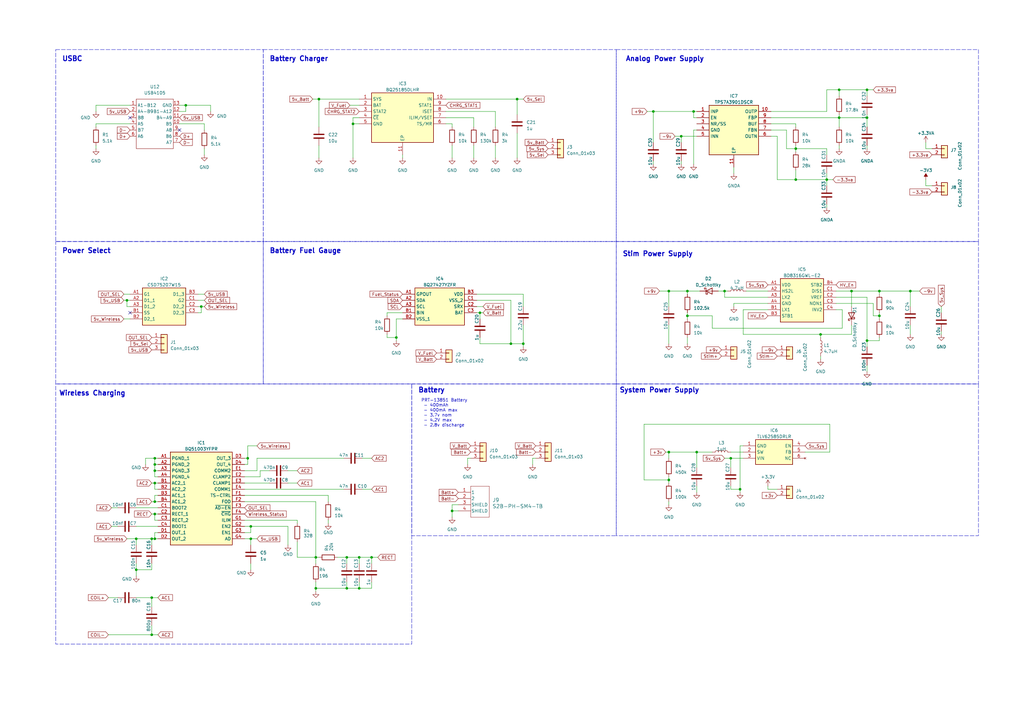
<source format=kicad_sch>
(kicad_sch (version 20230121) (generator eeschema)
  (paper "A3")
  (title_block (title "Power Manegement") (date "2024-03-21") (rev "1") (company "Owen Leishman"))
  (junction (at 144.78 50.8))
  (junction (at 152.4 228.6))
  (junction (at 63.5 220.98))
  (junction (at 63.5 190.5))
  (junction (at 62.23 260.35))
  (junction (at 326.39 60.96))
  (junction (at 101.6 187.96))
  (junction (at 284.48 45.72))
  (junction (at 267.97 45.72))
  (junction (at 336.55 137.16))
  (junction (at 339.09 73.66))
  (junction (at 142.24 241.3))
  (junction (at 214.63 140.97))
  (junction (at 279.4 55.88))
  (junction (at 102.87 215.9))
  (junction (at 185.42 209.55))
  (junction (at 212.09 40.64))
  (junction (at 281.94 129.54))
  (junction (at 360.68 129.54))
  (junction (at 162.56 138.43))
  (junction (at 63.5 198.12))
  (junction (at 349.25 119.38))
  (junction (at 196.85 128.27))
  (junction (at 344.17 36.83))
  (junction (at 355.6 48.26))
  (junction (at 63.5 210.82))
  (junction (at 142.24 228.6))
  (junction (at 355.6 36.83))
  (junction (at 76.2 43.18))
  (junction (at 129.54 228.6))
  (junction (at 82.55 125.73))
  (junction (at 274.32 196.85))
  (junction (at 299.72 187.96))
  (junction (at 147.32 228.6))
  (junction (at 344.17 48.26))
  (junction (at 360.68 119.38))
  (junction (at 62.23 245.11))
  (junction (at 63.5 205.74))
  (junction (at 274.32 119.38))
  (junction (at 52.07 123.19))
  (junction (at 326.39 73.66))
  (junction (at 373.38 119.38))
  (junction (at 209.55 140.97))
  (junction (at 355.6 139.7))
  (junction (at 274.32 185.42))
  (junction (at 297.18 119.38))
  (junction (at 281.94 119.38))
  (junction (at 62.23 220.98))
  (junction (at 102.87 220.98))
  (junction (at 63.5 193.04))
  (junction (at 129.54 241.3))
  (junction (at 285.75 185.42))
  (junction (at 63.5 187.96))
  (junction (at 55.88 220.98))
  (junction (at 303.53 200.66))
  (junction (at 130.81 40.64))
  (junction (at 55.88 233.68))
  (junction (at 147.32 241.3))
  (no_connect (at 53.34 128.27))
  (no_connect (at 53.34 48.26))
  (no_connect (at 73.66 53.34))
  (wire (pts (xy 100.33 215.9) (xy 102.87 215.9)))
  (wire (pts (xy 152.4 187.96) (xy 148.59 187.96)))
  (wire (pts (xy 83.82 63.5) (xy 83.82 60.96)))
  (wire (pts (xy 274.32 195.58) (xy 274.32 196.85)))
  (wire (pts (xy 62.23 233.68) (xy 55.88 233.68)))
  (wire (pts (xy 318.77 200.66) (xy 314.96 200.66)))
  (wire (pts (xy 86.36 43.18) (xy 76.2 43.18)))
  (wire (pts (xy 39.37 52.07) (xy 39.37 50.8)))
  (wire (pts (xy 355.6 48.26) (xy 344.17 48.26)))
  (wire (pts (xy 63.5 190.5) (xy 64.77 190.5)))
  (wire (pts (xy 373.38 119.38) (xy 373.38 125.73)))
  (wire (pts (xy 214.63 120.65) (xy 214.63 125.73)))
  (wire (pts (xy 274.32 205.74) (xy 274.32 207.01)))
  (wire (pts (xy 284.48 48.26) (xy 285.75 48.26)))
  (wire (pts (xy 142.24 228.6) (xy 138.43 228.6)))
  (wire (pts (xy 340.36 173.99) (xy 264.16 173.99)))
  (wire (pts (xy 196.85 128.27) (xy 196.85 130.81)))
  (wire (pts (xy 134.62 203.2) (xy 100.33 203.2)))
  (wire (pts (xy 284.48 53.34) (xy 284.48 67.31)))
  (wire (pts (xy 185.42 50.8) (xy 185.42 52.07)))
  (wire (pts (xy 274.32 133.35) (xy 274.32 140.97)))
  (wire (pts (xy 355.6 139.7) (xy 355.6 121.92)))
  (wire (pts (xy 212.09 40.64) (xy 212.09 46.99)))
  (wire (pts (xy 147.32 231.14) (xy 147.32 228.6)))
  (wire (pts (xy 299.72 199.39) (xy 299.72 200.66)))
  (wire (pts (xy 279.4 66.04) (xy 279.4 67.31)))
  (wire (pts (xy 62.23 220.98) (xy 62.23 223.52)))
  (wire (pts (xy 300.99 124.46) (xy 300.99 125.73)))
  (wire (pts (xy 142.24 241.3) (xy 147.32 241.3)))
  (wire (pts (xy 100.33 213.36) (xy 121.92 213.36)))
  (wire (pts (xy 318.77 73.66) (xy 326.39 73.66)))
  (wire (pts (xy 182.88 48.26) (xy 194.31 48.26)))
  (wire (pts (xy 55.88 220.98) (xy 62.23 220.98)))
  (wire (pts (xy 101.6 187.96) (xy 101.6 190.5)))
  (wire (pts (xy 147.32 238.76) (xy 147.32 241.3)))
  (wire (pts (xy 63.5 205.74) (xy 62.23 205.74)))
  (wire (pts (xy 265.43 45.72) (xy 267.97 45.72)))
  (wire (pts (xy 106.68 195.58) (xy 106.68 193.04)))
  (wire (pts (xy 62.23 256.54) (xy 62.23 260.35)))
  (wire (pts (xy 129.54 228.6) (xy 130.81 228.6)))
  (wire (pts (xy 342.9 127) (xy 345.44 127)))
  (wire (pts (xy 340.36 185.42) (xy 340.36 173.99)))
  (wire (pts (xy 73.66 50.8) (xy 83.82 50.8)))
  (wire (pts (xy 212.09 54.61) (xy 212.09 64.77)))
  (wire (pts (xy 281.94 119.38) (xy 281.94 120.65)))
  (wire (pts (xy 147.32 48.26) (xy 144.78 48.26)))
  (wire (pts (xy 129.54 228.6) (xy 129.54 231.14)))
  (wire (pts (xy 339.09 36.83) (xy 339.09 45.72)))
  (wire (pts (xy 345.44 127) (xy 345.44 134.62)))
  (wire (pts (xy 314.96 127) (xy 304.8 127)))
  (wire (pts (xy 73.66 43.18) (xy 76.2 43.18)))
  (wire (pts (xy 358.14 129.54) (xy 360.68 129.54)))
  (wire (pts (xy 63.5 198.12) (xy 64.77 198.12)))
  (wire (pts (xy 62.23 220.98) (xy 63.5 220.98)))
  (wire (pts (xy 100.33 190.5) (xy 101.6 190.5)))
  (wire (pts (xy 326.39 59.69) (xy 326.39 60.96)))
  (wire (pts (xy 284.48 45.72) (xy 285.75 45.72)))
  (wire (pts (xy 55.88 231.14) (xy 55.88 233.68)))
  (wire (pts (xy 101.6 182.88) (xy 105.41 182.88)))
  (wire (pts (xy 303.53 182.88) (xy 303.53 200.66)))
  (wire (pts (xy 63.5 203.2) (xy 64.77 203.2)))
  (wire (pts (xy 63.5 218.44) (xy 63.5 220.98)))
  (wire (pts (xy 63.5 193.04) (xy 64.77 193.04)))
  (wire (pts (xy 142.24 238.76) (xy 142.24 241.3)))
  (wire (pts (xy 270.51 119.38) (xy 274.32 119.38)))
  (wire (pts (xy 264.16 173.99) (xy 264.16 196.85)))
  (wire (pts (xy 102.87 218.44) (xy 102.87 215.9)))
  (wire (pts (xy 355.6 149.86) (xy 355.6 152.4)))
  (wire (pts (xy 349.25 137.16) (xy 336.55 137.16)))
  (wire (pts (xy 294.64 119.38) (xy 297.18 119.38)))
  (wire (pts (xy 344.17 48.26) (xy 344.17 52.07)))
  (wire (pts (xy 284.48 48.26) (xy 284.48 45.72)))
  (wire (pts (xy 64.77 187.96) (xy 63.5 187.96)))
  (wire (pts (xy 267.97 45.72) (xy 267.97 58.42)))
  (wire (pts (xy 63.5 193.04) (xy 63.5 195.58)))
  (wire (pts (xy 344.17 59.69) (xy 344.17 60.96)))
  (wire (pts (xy 355.6 59.69) (xy 355.6 60.96)))
  (wire (pts (xy 342.9 121.92) (xy 355.6 121.92)))
  (wire (pts (xy 187.96 209.55) (xy 185.42 209.55)))
  (wire (pts (xy 143.51 43.18) (xy 147.32 43.18)))
  (wire (pts (xy 379.73 76.2) (xy 379.73 73.66)))
  (wire (pts (xy 39.37 43.18) (xy 53.34 43.18)))
  (wire (pts (xy 209.55 140.97) (xy 196.85 140.97)))
  (wire (pts (xy 214.63 140.97) (xy 214.63 142.24)))
  (wire (pts (xy 100.33 195.58) (xy 106.68 195.58)))
  (wire (pts (xy 209.55 123.19) (xy 209.55 140.97)))
  (wire (pts (xy 81.28 128.27) (xy 82.55 128.27)))
  (wire (pts (xy 64.77 200.66) (xy 63.5 200.66)))
  (wire (pts (xy 314.96 199.39) (xy 314.96 200.66)))
  (wire (pts (xy 386.08 137.16) (xy 386.08 135.89)))
  (wire (pts (xy 316.23 55.88) (xy 318.77 55.88)))
  (wire (pts (xy 281.94 129.54) (xy 281.94 130.81)))
  (wire (pts (xy 63.5 220.98) (xy 64.77 220.98)))
  (wire (pts (xy 62.23 231.14) (xy 62.23 233.68)))
  (wire (pts (xy 264.16 196.85) (xy 274.32 196.85)))
  (wire (pts (xy 63.5 210.82) (xy 64.77 210.82)))
  (wire (pts (xy 218.44 187.96) (xy 218.44 190.5)))
  (wire (pts (xy 81.28 125.73) (xy 82.55 125.73)))
  (wire (pts (xy 118.11 198.12) (xy 121.92 198.12)))
  (wire (pts (xy 63.5 200.66) (xy 63.5 198.12)))
  (wire (pts (xy 373.38 133.35) (xy 373.38 137.16)))
  (wire (pts (xy 355.6 46.99) (xy 355.6 48.26)))
  (wire (pts (xy 349.25 133.35) (xy 349.25 137.16)))
  (wire (pts (xy 360.68 139.7) (xy 355.6 139.7)))
  (wire (pts (xy 339.09 71.12) (xy 339.09 73.66)))
  (wire (pts (xy 44.45 260.35) (xy 62.23 260.35)))
  (wire (pts (xy 322.58 60.96) (xy 326.39 60.96)))
  (wire (pts (xy 279.4 55.88) (xy 279.4 58.42)))
  (wire (pts (xy 297.18 121.92) (xy 297.18 119.38)))
  (wire (pts (xy 386.08 128.27) (xy 386.08 125.73)))
  (wire (pts (xy 64.77 205.74) (xy 63.5 205.74)))
  (wire (pts (xy 142.24 228.6) (xy 147.32 228.6)))
  (wire (pts (xy 314.96 121.92) (xy 297.18 121.92)))
  (wire (pts (xy 274.32 119.38) (xy 274.32 125.73)))
  (wire (pts (xy 336.55 146.05) (xy 336.55 147.32)))
  (wire (pts (xy 129.54 241.3) (xy 129.54 242.57)))
  (wire (pts (xy 339.09 73.66) (xy 339.09 76.2)))
  (wire (pts (xy 55.88 208.28) (xy 64.77 208.28)))
  (wire (pts (xy 134.62 203.2) (xy 134.62 205.74)))
  (wire (pts (xy 152.4 231.14) (xy 152.4 228.6)))
  (wire (pts (xy 152.4 200.66) (xy 148.59 200.66)))
  (wire (pts (xy 52.07 125.73) (xy 52.07 123.19)))
  (wire (pts (xy 355.6 36.83) (xy 355.6 39.37)))
  (wire (pts (xy 55.88 215.9) (xy 64.77 215.9)))
  (wire (pts (xy 304.8 127) (xy 304.8 137.16)))
  (wire (pts (xy 292.1 185.42) (xy 285.75 185.42)))
  (wire (pts (xy 314.96 124.46) (xy 300.99 124.46)))
  (wire (pts (xy 326.39 52.07) (xy 326.39 50.8)))
  (wire (pts (xy 152.4 238.76) (xy 152.4 241.3)))
  (wire (pts (xy 162.56 130.81) (xy 162.56 138.43)))
  (wire (pts (xy 342.9 124.46) (xy 358.14 124.46)))
  (wire (pts (xy 300.99 68.58) (xy 300.99 71.12)))
  (wire (pts (xy 129.54 241.3) (xy 142.24 241.3)))
  (wire (pts (xy 287.02 119.38) (xy 281.94 119.38)))
  (wire (pts (xy 212.09 40.64) (xy 182.88 40.64)))
  (wire (pts (xy 379.73 60.96) (xy 379.73 58.42)))
  (wire (pts (xy 100.33 198.12) (xy 110.49 198.12)))
  (wire (pts (xy 130.81 40.64) (xy 147.32 40.64)))
  (wire (pts (xy 185.42 209.55) (xy 185.42 212.09)))
  (wire (pts (xy 142.24 231.14) (xy 142.24 228.6)))
  (wire (pts (xy 299.72 187.96) (xy 304.8 187.96)))
  (wire (pts (xy 187.96 207.01) (xy 185.42 207.01)))
  (wire (pts (xy 355.6 36.83) (xy 358.14 36.83)))
  (wire (pts (xy 326.39 60.96) (xy 326.39 62.23)))
  (wire (pts (xy 39.37 59.69) (xy 39.37 60.96)))
  (wire (pts (xy 373.38 119.38) (xy 377.19 119.38)))
  (wire (pts (xy 165.1 128.27) (xy 158.75 128.27)))
  (wire (pts (xy 355.6 48.26) (xy 355.6 52.07)))
  (wire (pts (xy 360.68 119.38) (xy 360.68 120.65)))
  (wire (pts (xy 62.23 210.82) (xy 63.5 210.82)))
  (wire (pts (xy 344.17 36.83) (xy 355.6 36.83)))
  (wire (pts (xy 64.77 218.44) (xy 63.5 218.44)))
  (wire (pts (xy 100.33 218.44) (xy 102.87 218.44)))
  (wire (pts (xy 185.42 207.01) (xy 185.42 209.55)))
  (wire (pts (xy 358.14 124.46) (xy 358.14 129.54)))
  (wire (pts (xy 322.58 53.34) (xy 322.58 60.96)))
  (wire (pts (xy 59.69 187.96) (xy 59.69 190.5)))
  (wire (pts (xy 83.82 53.34) (xy 83.82 50.8)))
  (wire (pts (xy 100.33 187.96) (xy 101.6 187.96)))
  (wire (pts (xy 214.63 140.97) (xy 209.55 140.97)))
  (wire (pts (xy 50.8 123.19) (xy 52.07 123.19)))
  (wire (pts (xy 339.09 63.5) (xy 339.09 60.96)))
  (wire (pts (xy 306.07 119.38) (xy 314.96 119.38)))
  (wire (pts (xy 55.88 220.98) (xy 55.88 223.52)))
  (wire (pts (xy 129.54 238.76) (xy 129.54 241.3)))
  (wire (pts (xy 360.68 129.54) (xy 360.68 128.27)))
  (wire (pts (xy 276.86 55.88) (xy 279.4 55.88)))
  (wire (pts (xy 63.5 187.96) (xy 63.5 190.5)))
  (wire (pts (xy 106.68 193.04) (xy 110.49 193.04)))
  (wire (pts (xy 102.87 215.9) (xy 118.11 215.9)))
  (wire (pts (xy 121.92 222.25) (xy 121.92 228.6)))
  (wire (pts (xy 62.23 260.35) (xy 64.77 260.35)))
  (wire (pts (xy 274.32 187.96) (xy 274.32 185.42)))
  (wire (pts (xy 214.63 133.35) (xy 214.63 140.97)))
  (wire (pts (xy 50.8 120.65) (xy 53.34 120.65)))
  (wire (pts (xy 339.09 73.66) (xy 326.39 73.66)))
  (wire (pts (xy 82.55 125.73) (xy 82.55 128.27)))
  (wire (pts (xy 196.85 128.27) (xy 195.58 128.27)))
  (wire (pts (xy 158.75 138.43) (xy 162.56 138.43)))
  (wire (pts (xy 303.53 200.66) (xy 299.72 200.66)))
  (wire (pts (xy 285.75 185.42) (xy 285.75 191.77)))
  (wire (pts (xy 147.32 241.3) (xy 152.4 241.3)))
  (wire (pts (xy 39.37 50.8) (xy 53.34 50.8)))
  (wire (pts (xy 76.2 45.72) (xy 76.2 43.18)))
  (wire (pts (xy 342.9 119.38) (xy 349.25 119.38)))
  (wire (pts (xy 129.54 205.74) (xy 129.54 228.6)))
  (wire (pts (xy 147.32 50.8) (xy 144.78 50.8)))
  (wire (pts (xy 345.44 134.62) (xy 292.1 134.62)))
  (wire (pts (xy 303.53 182.88) (xy 304.8 182.88)))
  (wire (pts (xy 285.75 199.39) (xy 285.75 201.93)))
  (wire (pts (xy 297.18 119.38) (xy 298.45 119.38)))
  (wire (pts (xy 52.07 220.98) (xy 55.88 220.98)))
  (wire (pts (xy 273.05 185.42) (xy 274.32 185.42)))
  (wire (pts (xy 158.75 128.27) (xy 158.75 129.54)))
  (wire (pts (xy 63.5 195.58) (xy 64.77 195.58)))
  (wire (pts (xy 195.58 120.65) (xy 214.63 120.65)))
  (wire (pts (xy 326.39 50.8) (xy 316.23 50.8)))
  (wire (pts (xy 191.77 187.96) (xy 191.77 190.5)))
  (wire (pts (xy 382.27 60.96) (xy 379.73 60.96)))
  (wire (pts (xy 195.58 123.19) (xy 209.55 123.19)))
  (wire (pts (xy 297.18 187.96) (xy 299.72 187.96)))
  (wire (pts (xy 144.78 50.8) (xy 144.78 64.77)))
  (wire (pts (xy 82.55 125.73) (xy 83.82 125.73)))
  (wire (pts (xy 121.92 228.6) (xy 129.54 228.6)))
  (wire (pts (xy 285.75 53.34) (xy 284.48 53.34)))
  (wire (pts (xy 279.4 55.88) (xy 285.75 55.88)))
  (wire (pts (xy 267.97 45.72) (xy 284.48 45.72)))
  (wire (pts (xy 198.12 125.73) (xy 195.58 125.73)))
  (wire (pts (xy 196.85 140.97) (xy 196.85 138.43)))
  (wire (pts (xy 105.41 187.96) (xy 105.41 193.04)))
  (wire (pts (xy 219.71 187.96) (xy 218.44 187.96)))
  (wire (pts (xy 83.82 123.19) (xy 81.28 123.19)))
  (wire (pts (xy 194.31 48.26) (xy 194.31 52.07)))
  (wire (pts (xy 105.41 187.96) (xy 140.97 187.96)))
  (wire (pts (xy 162.56 139.7) (xy 162.56 138.43)))
  (wire (pts (xy 102.87 220.98) (xy 102.87 223.52)))
  (wire (pts (xy 349.25 119.38) (xy 349.25 125.73)))
  (wire (pts (xy 182.88 45.72) (xy 203.2 45.72)))
  (wire (pts (xy 212.09 40.64) (xy 214.63 40.64)))
  (wire (pts (xy 339.09 60.96) (xy 326.39 60.96)))
  (wire (pts (xy 316.23 53.34) (xy 322.58 53.34)))
  (wire (pts (xy 63.5 210.82) (xy 63.5 213.36)))
  (wire (pts (xy 281.94 138.43) (xy 281.94 140.97)))
  (wire (pts (xy 86.36 43.18) (xy 86.36 45.72)))
  (wire (pts (xy 339.09 36.83) (xy 344.17 36.83)))
  (wire (pts (xy 63.5 190.5) (xy 63.5 193.04)))
  (wire (pts (xy 274.32 185.42) (xy 285.75 185.42)))
  (wire (pts (xy 45.72 208.28) (xy 48.26 208.28)))
  (wire (pts (xy 129.54 205.74) (xy 100.33 205.74)))
  (wire (pts (xy 304.8 137.16) (xy 336.55 137.16)))
  (wire (pts (xy 330.2 185.42) (xy 340.36 185.42)))
  (wire (pts (xy 121.92 213.36) (xy 121.92 214.63)))
  (wire (pts (xy 102.87 220.98) (xy 100.33 220.98)))
  (wire (pts (xy 44.45 245.11) (xy 48.26 245.11)))
  (wire (pts (xy 299.72 187.96) (xy 299.72 191.77)))
  (wire (pts (xy 203.2 59.69) (xy 203.2 64.77)))
  (wire (pts (xy 128.27 40.64) (xy 130.81 40.64)))
  (wire (pts (xy 267.97 66.04) (xy 267.97 67.31)))
  (wire (pts (xy 144.78 48.26) (xy 144.78 50.8)))
  (wire (pts (xy 360.68 119.38) (xy 373.38 119.38)))
  (wire (pts (xy 158.75 137.16) (xy 158.75 138.43)))
  (wire (pts (xy 62.23 245.11) (xy 64.77 245.11)))
  (wire (pts (xy 339.09 83.82) (xy 339.09 85.09)))
  (wire (pts (xy 45.72 215.9) (xy 48.26 215.9)))
  (wire (pts (xy 274.32 196.85) (xy 274.32 198.12)))
  (wire (pts (xy 318.77 55.88) (xy 318.77 73.66)))
  (wire (pts (xy 50.8 130.81) (xy 53.34 130.81)))
  (wire (pts (xy 194.31 59.69) (xy 194.31 64.77)))
  (wire (pts (xy 39.37 45.72) (xy 39.37 43.18)))
  (wire (pts (xy 193.04 187.96) (xy 191.77 187.96)))
  (wire (pts (xy 182.88 50.8) (xy 185.42 50.8)))
  (wire (pts (xy 339.09 45.72) (xy 316.23 45.72)))
  (wire (pts (xy 326.39 69.85) (xy 326.39 73.66)))
  (wire (pts (xy 336.55 137.16) (xy 336.55 138.43)))
  (wire (pts (xy 62.23 198.12) (xy 63.5 198.12)))
  (wire (pts (xy 130.81 59.69) (xy 130.81 64.77)))
  (wire (pts (xy 185.42 59.69) (xy 185.42 64.77)))
  (wire (pts (xy 344.17 46.99) (xy 344.17 48.26)))
  (wire (pts (xy 101.6 182.88) (xy 101.6 187.96)))
  (wire (pts (xy 83.82 120.65) (xy 81.28 120.65)))
  (wire (pts (xy 73.66 45.72) (xy 76.2 45.72)))
  (wire (pts (xy 349.25 119.38) (xy 360.68 119.38)))
  (wire (pts (xy 63.5 205.74) (xy 63.5 203.2)))
  (wire (pts (xy 62.23 245.11) (xy 55.88 245.11)))
  (wire (pts (xy 299.72 185.42) (xy 304.8 185.42)))
  (wire (pts (xy 165.1 63.5) (xy 165.1 64.77)))
  (wire (pts (xy 100.33 193.04) (xy 105.41 193.04)))
  (wire (pts (xy 100.33 200.66) (xy 140.97 200.66)))
  (wire (pts (xy 62.23 248.92) (xy 62.23 245.11)))
  (wire (pts (xy 316.23 48.26) (xy 344.17 48.26)))
  (wire (pts (xy 130.81 40.64) (xy 130.81 52.07)))
  (wire (pts (xy 118.11 193.04) (xy 121.92 193.04)))
  (wire (pts (xy 382.27 76.2) (xy 379.73 76.2)))
  (wire (pts (xy 102.87 231.14) (xy 102.87 233.68)))
  (wire (pts (xy 105.41 220.98) (xy 102.87 220.98)))
  (wire (pts (xy 303.53 200.66) (xy 303.53 201.93)))
  (wire (pts (xy 274.32 119.38) (xy 281.94 119.38)))
  (wire (pts (xy 360.68 129.54) (xy 360.68 130.81)))
  (wire (pts (xy 118.11 223.52) (xy 118.11 215.9)))
  (wire (pts (xy 292.1 134.62) (xy 292.1 129.54)))
  (wire (pts (xy 203.2 45.72) (xy 203.2 52.07)))
  (wire (pts (xy 53.34 125.73) (xy 52.07 125.73)))
  (wire (pts (xy 281.94 128.27) (xy 281.94 129.54)))
  (wire (pts (xy 59.69 187.96) (xy 63.5 187.96)))
  (wire (pts (xy 147.32 228.6) (xy 152.4 228.6)))
  (wire (pts (xy 64.77 213.36) (xy 63.5 213.36)))
  (wire (pts (xy 165.1 130.81) (xy 162.56 130.81)))
  (wire (pts (xy 360.68 138.43) (xy 360.68 139.7)))
  (wire (pts (xy 198.12 128.27) (xy 196.85 128.27)))
  (wire (pts (xy 134.62 213.36) (xy 134.62 214.63)))
  (wire (pts (xy 152.4 228.6) (xy 154.94 228.6)))
  (wire (pts (xy 52.07 123.19) (xy 53.34 123.19)))
  (wire (pts (xy 344.17 36.83) (xy 344.17 39.37)))
  (wire (pts (xy 292.1 129.54) (xy 281.94 129.54)))
  (wire (pts (xy 55.88 233.68) (xy 55.88 236.22)))
  (wire (pts (xy 355.6 139.7) (xy 355.6 142.24)))
  (wire (pts (xy 339.09 73.66) (xy 341.63 73.66)))
  (rectangle (start 22.86 20.32) (end 107.95 99.06) (stroke (width 0) (type dash)))
  (rectangle (start 22.86 99.06) (end 107.95 157.48) (stroke (width 0) (type dash)))
  (rectangle (start 107.95 20.32) (end 252.73 99.06) (stroke (width 0) (type dash)))
  (rectangle (start 252.73 157.48) (end 401.32 219.71) (stroke (width 0) (type dash)))
  (rectangle (start 252.73 20.32) (end 401.32 99.06) (stroke (width 0) (type dash)))
  (rectangle (start 168.91 157.48) (end 252.73 219.71) (stroke (width 0) (type dash)))
  (rectangle (start 252.73 99.06) (end 401.32 157.48) (stroke (width 0) (type dash)))
  (rectangle (start 22.86 157.48) (end 168.91 264.16) (stroke (width 0) (type dash)))
  (rectangle (start 107.95 99.06) (end 252.73 157.48) (stroke (width 0) (type dash)))
  (text "System Power Supply" (at 254 161.29 0) (effects (font (size 2 2) (thickness 0.4) bold) (justify left bottom)))
  (text "Wireless Charging" (at 24.13 162.56 0) (effects (font (size 2 2) (thickness 0.4) bold) (justify left bottom)))
  (text "Battery Fuel Gauge" (at 110.49 104.14 0) (effects (font (size 2 2) (thickness 0.4) bold) (justify left bottom)))
  (text "Analog Power Supply" (at 256.54 25.4 0) (effects (font (size 2 2) (thickness 0.4) bold) (justify left bottom)))
  (text "Stim Power Supply" (at 255.27 105.41 0) (effects (font (size 2 2) (thickness 0.4) bold) (justify left bottom)))
  (text "Power Select" (at 25.4 104.14 0) (effects (font (size 2 2) (thickness 0.4) bold) (justify left bottom)))
  (text "PRT-13851 Battery\n - 400mAh\n - 400mA max\n - 3.7v nom\n - 4.2V max\n - 2.8v discharge" (at 172.72 175.26 0) (effects (font (size 1.27 1.27)) (justify left bottom)))
  (text "Battery" (at 171.45 161.29 0) (effects (font (size 2 2) (thickness 0.4) bold) (justify left bottom)))
  (text "Battery Charger" (at 110.49 25.4 0) (effects (font (size 2 2) (thickness 0.4) bold) (justify left bottom)))
  (text "USBC" (at 25.4 25.4 0) (effects (font (size 2 2) (thickness 0.4) bold) (justify left bottom)))
  (global_label "5v_USB" (shape input) (at 73.66 48.26 0) (property "Intersheetrefs" "${INTERSHEET_REFS}" (effects hide)))
  (global_label "OUT_SEL" (shape input) (at 50.8 120.65 180) (property "Intersheetrefs" "${INTERSHEET_REFS}" (effects hide)))
  (global_label "HV_En" (shape input) (at 314.96 129.54 180) (property "Intersheetrefs" "${INTERSHEET_REFS}" (effects hide)))
  (global_label "5v_Sys" (shape input) (at 386.08 125.73 90) (property "Intersheetrefs" "${INTERSHEET_REFS}" (effects hide)))
  (global_label "RECT" (shape input) (at 154.94 228.6 0) (property "Intersheetrefs" "${INTERSHEET_REFS}" (effects hide)))
  (global_label "CHRG_STAT1" (shape input) (at 182.88 43.18 0) (property "Intersheetrefs" "${INTERSHEET_REFS}" (effects hide)))
  (global_label "SCL" (shape input) (at 165.1 125.73 180) (property "Intersheetrefs" "${INTERSHEET_REFS}" (effects hide)))
  (global_label "5v_Sel" (shape input) (at 62.23 140.97 180) (property "Intersheetrefs" "${INTERSHEET_REFS}" (effects hide)))
  (global_label "AC2" (shape input) (at 45.72 208.28 180) (property "Intersheetrefs" "${INTERSHEET_REFS}" (effects hide)))
  (global_label "SDA" (shape input) (at 165.1 123.19 180) (property "Intersheetrefs" "${INTERSHEET_REFS}" (effects hide)))
  (global_label "AC2" (shape input) (at 64.77 260.35 0) (property "Intersheetrefs" "${INTERSHEET_REFS}" (effects hide)))
  (global_label "OUT_SEL" (shape input) (at 100.33 208.28 0) (property "Intersheetrefs" "${INTERSHEET_REFS}" (effects hide)))
  (global_label "-9v" (shape input) (at 377.19 119.38 0) (property "Intersheetrefs" "${INTERSHEET_REFS}" (effects hide)))
  (global_label "V_Batt" (shape input) (at 198.12 128.27 0) (property "Intersheetrefs" "${INTERSHEET_REFS}" (effects hide)))
  (global_label "5v_Wireless" (shape input) (at 50.8 130.81 180) (property "Intersheetrefs" "${INTERSHEET_REFS}" (effects hide)))
  (global_label "V_Batt" (shape input) (at 193.04 182.88 180) (property "Intersheetrefs" "${INTERSHEET_REFS}" (effects hide)))
  (global_label "5v_Wireless" (shape input) (at 52.07 220.98 180) (property "Intersheetrefs" "${INTERSHEET_REFS}" (effects hide)))
  (global_label "AC1" (shape input) (at 152.4 200.66 0) (property "Intersheetrefs" "${INTERSHEET_REFS}" (effects hide)))
  (global_label "D-" (shape input) (at 53.34 53.34 180) (property "Intersheetrefs" "${INTERSHEET_REFS}" (effects hide)))
  (global_label "AC1" (shape input) (at 62.23 205.74 180) (property "Intersheetrefs" "${INTERSHEET_REFS}" (effects hide)))
  (global_label "AC1" (shape input) (at 45.72 215.9 180) (property "Intersheetrefs" "${INTERSHEET_REFS}" (effects hide)))
  (global_label "5v_Sel" (shape input) (at 214.63 40.64 0) (property "Intersheetrefs" "${INTERSHEET_REFS}" (effects hide)))
  (global_label "5v_Sys" (shape input) (at 297.18 187.96 180) (property "Intersheetrefs" "${INTERSHEET_REFS}" (effects hide)))
  (global_label "COIL+" (shape input) (at 44.45 245.11 180) (property "Intersheetrefs" "${INTERSHEET_REFS}" (effects hide)))
  (global_label "5v_Sel" (shape input) (at 224.79 63.5 180) (property "Intersheetrefs" "${INTERSHEET_REFS}" (effects hide)))
  (global_label "D-" (shape input) (at 73.66 58.42 0) (property "Intersheetrefs" "${INTERSHEET_REFS}" (effects hide)))
  (global_label "Wireless_Status" (shape input) (at 100.33 210.82 0) (property "Intersheetrefs" "${INTERSHEET_REFS}" (effects hide)))
  (global_label "Batt+" (shape input) (at 193.04 185.42 180) (property "Intersheetrefs" "${INTERSHEET_REFS}" (effects hide)))
  (global_label "+3.3va" (shape input) (at 358.14 36.83 0) (property "Intersheetrefs" "${INTERSHEET_REFS}" (effects hide)))
  (global_label "5v_USB" (shape input) (at 83.82 120.65 0) (property "Intersheetrefs" "${INTERSHEET_REFS}" (effects hide)))
  (global_label "V_Fuel" (shape input) (at 198.12 125.73 0) (property "Intersheetrefs" "${INTERSHEET_REFS}" (effects hide)))
  (global_label "5v_Sys" (shape input) (at 314.96 116.84 180) (property "Intersheetrefs" "${INTERSHEET_REFS}" (effects hide)))
  (global_label "+9v" (shape input) (at 265.43 45.72 180) (property "Intersheetrefs" "${INTERSHEET_REFS}" (effects hide)))
  (global_label "Batt-" (shape input) (at 187.96 204.47 180) (property "Intersheetrefs" "${INTERSHEET_REFS}" (effects hide)))
  (global_label "V_Fuel" (shape input) (at 143.51 43.18 180) (property "Intersheetrefs" "${INTERSHEET_REFS}" (effects hide)))
  (global_label "+9v" (shape input) (at 270.51 119.38 180) (property "Intersheetrefs" "${INTERSHEET_REFS}" (effects hide)))
  (global_label "+3.3va" (shape input) (at 382.27 63.5 180) (property "Intersheetrefs" "${INTERSHEET_REFS}" (effects hide)))
  (global_label "Stim-" (shape input) (at 318.77 146.05 180) (property "Intersheetrefs" "${INTERSHEET_REFS}" (effects hide)))
  (global_label "-9v" (shape input) (at 318.77 143.51 180) (property "Intersheetrefs" "${INTERSHEET_REFS}" (effects hide)))
  (global_label "V_Batt" (shape input) (at 219.71 182.88 180) (property "Intersheetrefs" "${INTERSHEET_REFS}" (effects hide)))
  (global_label "5v_Sys" (shape input) (at 224.79 60.96 180) (property "Intersheetrefs" "${INTERSHEET_REFS}" (effects hide)))
  (global_label "Batt+" (shape input) (at 187.96 201.93 180) (property "Intersheetrefs" "${INTERSHEET_REFS}" (effects hide)))
  (global_label "CHRG_STAT2" (shape input) (at 147.32 45.72 180) (property "Intersheetrefs" "${INTERSHEET_REFS}" (effects hide)))
  (global_label "5v_USB" (shape input) (at 105.41 220.98 0) (property "Intersheetrefs" "${INTERSHEET_REFS}" (effects hide)))
  (global_label "AC2" (shape input) (at 121.92 193.04 0) (property "Intersheetrefs" "${INTERSHEET_REFS}" (effects hide)))
  (global_label "5v_USB" (shape input) (at 53.34 45.72 180) (property "Intersheetrefs" "${INTERSHEET_REFS}" (effects hide)))
  (global_label "+3v" (shape input) (at 273.05 185.42 180) (property "Intersheetrefs" "${INTERSHEET_REFS}" (effects hide)))
  (global_label "AC2" (shape input) (at 152.4 187.96 0) (property "Intersheetrefs" "${INTERSHEET_REFS}" (effects hide)))
  (global_label "OUT_SEL" (shape input) (at 62.23 138.43 180) (property "Intersheetrefs" "${INTERSHEET_REFS}" (effects hide)))
  (global_label "5v_USB" (shape input) (at 62.23 143.51 180) (property "Intersheetrefs" "${INTERSHEET_REFS}" (effects hide)))
  (global_label "AC1" (shape input) (at 64.77 245.11 0) (property "Intersheetrefs" "${INTERSHEET_REFS}" (effects hide)))
  (global_label "-3.3va" (shape input) (at 382.27 78.74 180) (property "Intersheetrefs" "${INTERSHEET_REFS}" (effects hide)))
  (global_label "D+" (shape input) (at 73.66 55.88 0) (property "Intersheetrefs" "${INTERSHEET_REFS}" (effects hide)))
  (global_label "RECT" (shape input) (at 62.23 210.82 180) (property "Intersheetrefs" "${INTERSHEET_REFS}" (effects hide)))
  (global_label "5v_Wireless" (shape input) (at 83.82 125.73 0) (property "Intersheetrefs" "${INTERSHEET_REFS}" (effects hide)))
  (global_label "5v_Batt" (shape input) (at 128.27 40.64 180) (property "Intersheetrefs" "${INTERSHEET_REFS}" (effects hide)))
  (global_label "5v_Sys" (shape input) (at 330.2 182.88 0) (property "Intersheetrefs" "${INTERSHEET_REFS}" (effects hide)))
  (global_label "Stim+" (shape input) (at 295.91 146.05 180) (property "Intersheetrefs" "${INTERSHEET_REFS}" (effects hide)))
  (global_label "D+" (shape input) (at 53.34 55.88 180) (property "Intersheetrefs" "${INTERSHEET_REFS}" (effects hide)))
  (global_label "5v_Wireless" (shape input) (at 105.41 182.88 0) (property "Intersheetrefs" "${INTERSHEET_REFS}" (effects hide)))
  (global_label "V_Batt" (shape input) (at 179.07 147.32 180) (property "Intersheetrefs" "${INTERSHEET_REFS}" (effects hide)))
  (global_label "Batt-" (shape input) (at 219.71 185.42 180) (property "Intersheetrefs" "${INTERSHEET_REFS}" (effects hide)))
  (global_label "-9v" (shape input) (at 276.86 55.88 180) (property "Intersheetrefs" "${INTERSHEET_REFS}" (effects hide)))
  (global_label "V_Fuel" (shape input) (at 179.07 144.78 180) (property "Intersheetrefs" "${INTERSHEET_REFS}" (effects hide)))
  (global_label "5v_Batt" (shape input) (at 224.79 58.42 180) (property "Intersheetrefs" "${INTERSHEET_REFS}" (effects hide)))
  (global_label "COIL-" (shape input) (at 44.45 260.35 180) (property "Intersheetrefs" "${INTERSHEET_REFS}" (effects hide)))
  (global_label "+3v" (shape input) (at 318.77 203.2 180) (property "Intersheetrefs" "${INTERSHEET_REFS}" (effects hide)))
  (global_label "-3.3va" (shape input) (at 341.63 73.66 0) (property "Intersheetrefs" "${INTERSHEET_REFS}" (effects hide)))
  (global_label "AC1" (shape input) (at 121.92 198.12 0) (property "Intersheetrefs" "${INTERSHEET_REFS}" (effects hide)))
  (global_label "5v_USB" (shape input) (at 50.8 123.19 180) (property "Intersheetrefs" "${INTERSHEET_REFS}" (effects hide)))
  (global_label "Fuel_Status" (shape input) (at 165.1 120.65 180) (property "Intersheetrefs" "${INTERSHEET_REFS}" (effects hide)))
  (global_label "HV_En" (shape input) (at 342.9 116.84 0) (property "Intersheetrefs" "${INTERSHEET_REFS}" (effects hide)))
  (global_label "+9v" (shape input) (at 295.91 143.51 180) (property "Intersheetrefs" "${INTERSHEET_REFS}" (effects hide)))
  (global_label "OUT_SEL" (shape input) (at 83.82 123.19 0) (property "Intersheetrefs" "${INTERSHEET_REFS}" (effects hide)))
  (global_label "AC2" (shape input) (at 62.23 198.12 180) (property "Intersheetrefs" "${INTERSHEET_REFS}" (effects hide)))
  (symbol (lib_id "Device:C") (at 52.07 245.11 90) (unit 1)
    (property "Reference" "C17" (at 48.26 246.38 90))
    (property "Value" "80n" (at 55.88 246.38 90))
  )
  (symbol (lib_id "Device:C") (at 355.6 146.05 0) (unit 1)
    (property "Reference" "C23" (at 354.33 142.24 90))
    (property "Value" "100n" (at 354.33 149.86 90))
  )
  (symbol (lib_id "Device:C") (at 386.08 132.08 0) (unit 1)
    (property "Reference" "C26" (at 384.81 128.27 90))
    (property "Value" "10u" (at 384.81 135.89 90))
  )
  (symbol (lib_id "power:GND") (at 39.37 60.96 0) (unit 1)
    (property "Reference" "#PWR06" (effects hide))
    (property "Value" "GND" (at 39.37 66.04 0))
    (instances (project "ASIC_Implementation_NANO-Fiber" (path "" (reference "#PWR06") (unit 1))) (project "Neural_Interface" (path "" (reference "#PWR012") (unit 1))) (project "ASIC_Implementation_mechanical" (path "" (reference "#PWR060") (unit 1))) (project "RP2040_board" (path "" (reference "#PWR01") (unit 1))))
  )
  (symbol (lib_id "Device:C") (at 196.85 134.62 0) (unit 1)
    (property "Reference" "C20" (at 195.58 130.81 90))
    (property "Value" "1u" (at 195.58 138.43 90))
  )
  (symbol (lib_id "Device:R") (at 274.32 201.93 0) (unit 1)
    (property "Reference" "R4" (at 276.86 201.295 0) (effects (justify left)))
    (property "Value" "100k" (at 276.86 203.835 0) (effects (justify left)))
    (instances (project "ASIC_Implementation_NANO-Fiber" (path "" (reference "R4") (unit 1))) (project "Neural_Interface" (path "" (reference "R16") (unit 1))) (project "ASIC_Implementation_mechanical" (path "" (reference "R11") (unit 1))) (project "RP2040_board" (path "" (reference "R2") (unit 1))))
  )
  (symbol (lib_id "power:+3.3V") (at 314.96 199.39 0) (unit 1)
    (property "Reference" "#PWR05" (effects hide))
    (property "Value" "+3.3V" (at 314.96 195.58 0))
    (instances (project "ASIC_Implementation_Connector" (path "" (reference "#PWR05") (unit 1))) (project "Neural_Interface" (path "" (reference "#PWR04") (unit 1)) (path "" (reference "#PWR039") (unit 1))) (project "ASIC_Implementation_mechanical" (path "" (reference "#PWR010") (unit 1))) (project "ASIC_Implementation_LED" (path "" (reference "#PWR01") (unit 1))))
  )
  (symbol (lib_id "Device:C") (at 52.07 208.28 270) (unit 1)
    (property "Reference" "C6" (at 54.61 207.01 90))
    (property "Value" "10nf" (at 48.26 207.01 90))
  )
  (symbol (lib_id "CSD75207W15:CSD75207W15") (at 53.34 120.65 0) (unit 1)
    (property "Reference" "IC2" (at 67.31 114.3 0))
    (property "Value" "CSD75207W15" (at 67.31 116.84 0))
    (property "Footprint" "BQ51003YFPR:BGA9C50P3X3_146X146X62" (effects hide))
    (property "Height" "0.62" (effects hide))
    (property "Mouser Part Number" "595-CSD75207W15" (effects hide))
    (property "Mouser Price/Stock" "https://www.mouser.co.uk/ProductDetail/Texas-Instruments/CSD75207W15?qs=7GxONfNUZSic02Y%252BL1RXkQ%3D%3D" (effects hide))
    (property "Manufacturer_Name" "Texas Instruments" (effects hide))
    (property "Manufacturer_Part_Number" "CSD75207W15" (effects hide))
  )
  (symbol (lib_id "Device:R") (at 134.62 228.6 90) (unit 1)
    (property "Reference" "R4" (at 133.985 226.06 0) (effects (justify left)))
    (property "Value" "20k" (at 135.89 226.06 0) (effects (justify left)))
    (instances (project "ASIC_Implementation_NANO-Fiber" (path "" (reference "R4") (unit 1))) (project "Neural_Interface" (path "" (reference "R7") (unit 1))) (project "ASIC_Implementation_mechanical" (path "" (reference "R11") (unit 1))) (project "RP2040_board" (path "" (reference "R2") (unit 1))))
  )
  (symbol (lib_id "Device:R") (at 185.42 55.88 0) (unit 1)
    (property "Reference" "R4" (at 187.96 55.245 0) (effects (justify left)))
    (property "Value" "10k" (at 187.96 57.785 0) (effects (justify left)))
    (instances (project "ASIC_Implementation_NANO-Fiber" (path "" (reference "R4") (unit 1))) (project "Neural_Interface" (path "" (reference "R9") (unit 1))) (project "ASIC_Implementation_mechanical" (path "" (reference "R11") (unit 1))) (project "RP2040_board" (path "" (reference "R2") (unit 1))))
  )
  (symbol (lib_id "power:GNDA") (at 355.6 60.96 0) (unit 1)
    (property "Reference" "#PWR048" (effects hide))
    (property "Value" "GNDA" (at 355.6 66.04 0))
  )
  (symbol (lib_id "power:GND") (at 274.32 140.97 0) (unit 1)
    (property "Reference" "#PWR014" (effects hide))
    (property "Value" "GND" (at 274.32 146.05 0))
    (instances (project "ASIC_Implementation_NANO-Fiber" (path "" (reference "#PWR014") (unit 1))) (project "Neural_Interface" (path "" (reference "#PWR036") (unit 1))) (project "ASIC_Implementation_mechanical" (path "" (reference "#PWR068") (unit 1))) (project "RP2040_board" (path "" (reference "#PWR01") (unit 1))))
  )
  (symbol (lib_id "Connector_Generic:Conn_01x02") (at 323.85 200.66 0) (unit 1)
    (property "Reference" "J4" (at 326.39 201.295 0) (effects (justify left)))
    (property "Value" "Conn_01x02" (at 326.39 203.835 0) (effects (justify left)))
  )
  (symbol (lib_id "Device:C") (at 114.3 198.12 270) (unit 1)
    (property "Reference" "C8" (at 116.84 196.85 90))
    (property "Value" "470n" (at 110.49 196.85 90))
  )
  (symbol (lib_id "power:GND") (at 55.88 236.22 0) (unit 1)
    (property "Reference" "#PWR06" (effects hide))
    (property "Value" "GND" (at 52.07 237.49 0))
    (instances (project "ASIC_Implementation_NANO-Fiber" (path "" (reference "#PWR06") (unit 1))) (project "Neural_Interface" (path "" (reference "#PWR019") (unit 1))) (project "ASIC_Implementation_mechanical" (path "" (reference "#PWR060") (unit 1))) (project "RP2040_board" (path "" (reference "#PWR01") (unit 1))))
  )
  (symbol (lib_id "Connector_Generic:Conn_01x03") (at 198.12 185.42 0) (unit 1)
    (property "Reference" "J10" (at 200.66 184.785 0) (effects (justify left)))
    (property "Value" "Conn_01x03" (at 200.66 187.325 0) (effects (justify left)))
  )
  (symbol (lib_id "power:GND") (at 214.63 142.24 0) (unit 1)
    (property "Reference" "#PWR014" (effects hide))
    (property "Value" "GND" (at 214.63 147.32 0))
    (instances (project "ASIC_Implementation_NANO-Fiber" (path "" (reference "#PWR014") (unit 1))) (project "Neural_Interface" (path "" (reference "#PWR028") (unit 1))) (project "ASIC_Implementation_mechanical" (path "" (reference "#PWR068") (unit 1))) (project "RP2040_board" (path "" (reference "#PWR01") (unit 1))))
  )
  (symbol (lib_id "Device:L") (at 336.55 142.24 0) (unit 1)
    (property "Reference" "L1" (at 337.82 141.605 0) (effects (justify left)))
    (property "Value" "4.7uH" (at 337.82 144.145 0) (effects (justify left)))
  )
  (symbol (lib_id "power:GND") (at 165.1 64.77 0) (unit 1)
    (property "Reference" "#PWR014" (effects hide))
    (property "Value" "GND" (at 165.1 69.85 0))
    (instances (project "ASIC_Implementation_NANO-Fiber" (path "" (reference "#PWR014") (unit 1))) (project "Neural_Interface" (path "" (reference "#PWR024") (unit 1))) (project "ASIC_Implementation_mechanical" (path "" (reference "#PWR068") (unit 1))) (project "RP2040_board" (path "" (reference "#PWR01") (unit 1))))
  )
  (symbol (lib_id "power:GND") (at 284.48 67.31 0) (unit 1)
    (property "Reference" "#PWR014" (effects hide))
    (property "Value" "GND" (at 284.48 72.39 0))
    (instances (project "ASIC_Implementation_NANO-Fiber" (path "" (reference "#PWR014") (unit 1))) (project "Neural_Interface" (path "" (reference "#PWR045") (unit 1))) (project "ASIC_Implementation_mechanical" (path "" (reference "#PWR068") (unit 1))) (project "RP2040_board" (path "" (reference "#PWR01") (unit 1))))
  )
  (symbol (lib_id "BD8316GWL-E2:BD8316GWL-E2") (at 314.96 116.84 0) (unit 1)
    (property "Reference" "IC5" (at 328.93 110.49 0))
    (property "Value" "BD8316GWL-E2" (at 328.93 113.03 0))
    (property "Footprint" "BQ51003YFPR:BGA11C40P4X3_180X150X55" (effects hide))
    (property "Datasheet" "https://fscdn.rohm.com/en/products/databook/datasheet/ic/power/switching_regulator/bd8316gwl-e.pdf" (effects hide))
    (property "Height" "0.55" (effects hide))
    (property "Mouser Part Number" "755-BD8316GWL-E2" (effects hide))
    (property "Mouser Price/Stock" "https://www.mouser.co.uk/ProductDetail/ROHM-Semiconductor/BD8316GWL-E2?qs=9Cg39qEKpi4sbGytSKsU5Q%3D%3D" (effects hide))
    (property "Manufacturer_Name" "ROHM Semiconductor" (effects hide))
    (property "Manufacturer_Part_Number" "BD8316GWL-E2" (effects hide))
  )
  (symbol (lib_id "power:GND") (at 86.36 45.72 0) (unit 1)
    (property "Reference" "#PWR013" (effects hide))
    (property "Value" "GND" (at 88.9 47.625 0) (effects (justify left)))
    (instances (project "ASIC_Implementation_NANO-Fiber" (path "" (reference "#PWR013") (unit 1))) (project "Neural_Interface" (path "" (reference "#PWR016") (unit 1))) (project "ASIC_Implementation_mechanical" (path "" (reference "#PWR067") (unit 1))) (project "RP2040_board" (path "" (reference "#PWR01") (unit 1))))
  )
  (symbol (lib_id "Device:R") (at 134.62 209.55 0) (unit 1)
    (property "Reference" "R4" (at 137.16 208.915 0) (effects (justify left)))
    (property "Value" "10k" (at 137.16 211.455 0) (effects (justify left)))
    (instances (project "ASIC_Implementation_NANO-Fiber" (path "" (reference "R4") (unit 1))) (project "Neural_Interface" (path "" (reference "R6") (unit 1))) (project "ASIC_Implementation_mechanical" (path "" (reference "R11") (unit 1))) (project "RP2040_board" (path "" (reference "R2") (unit 1))))
  )
  (symbol (lib_id "Device:R") (at 281.94 124.46 0) (unit 1)
    (property "Reference" "R4" (at 284.48 123.825 0) (effects (justify left)))
    (property "Value" "102.5k" (at 284.48 126.365 0) (effects (justify left)))
    (instances (project "ASIC_Implementation_NANO-Fiber" (path "" (reference "R4") (unit 1))) (project "Neural_Interface" (path "" (reference "R14") (unit 1))) (project "ASIC_Implementation_mechanical" (path "" (reference "R11") (unit 1))) (project "RP2040_board" (path "" (reference "R2") (unit 1))))
  )
  (symbol (lib_id "power:GND") (at 162.56 139.7 0) (unit 1)
    (property "Reference" "#PWR014" (effects hide))
    (property "Value" "GND" (at 162.56 144.78 0))
    (instances (project "ASIC_Implementation_NANO-Fiber" (path "" (reference "#PWR014") (unit 1))) (project "Neural_Interface" (path "" (reference "#PWR027") (unit 1))) (project "ASIC_Implementation_mechanical" (path "" (reference "#PWR068") (unit 1))) (project "RP2040_board" (path "" (reference "#PWR01") (unit 1))))
  )
  (symbol (lib_id "BQ25185DLHR:BQ25185DLHR") (at 147.32 40.64 0) (unit 1)
    (property "Reference" "IC3" (at 165.1 34.29 0))
    (property "Value" "BQ25185DLHR" (at 165.1 36.83 0))
    (property "Footprint" "BQ51003YFPR:SON40P220X200X80-11N" (effects hide))
    (property "Datasheet" "https://www.ti.com/lit/ds/symlink/bq25185.pdf?ts=1706857561339&ref_url=https%253A%252F%252Fwww.ti.com%252Fproduct%252FBQ25185" (effects hide))
    (property "Height" "0.8" (effects hide))
    (property "Mouser Part Number" "595-BQ25185DLHR" (effects hide))
    (property "Mouser Price/Stock" "https://www.mouser.co.uk/ProductDetail/Texas-Instruments/BQ25185DLHR?qs=Z%252BL2brAPG1IbO%2FV3RqsaPw%3D%3D" (effects hide))
    (property "Manufacturer_Name" "Texas Instruments" (effects hide))
    (property "Manufacturer_Part_Number" "BQ25185DLHR" (effects hide))
  )
  (symbol (lib_id "power:GND") (at 218.44 190.5 0) (unit 1)
    (property "Reference" "#PWR014" (effects hide))
    (property "Value" "GND" (at 218.44 195.58 0))
    (instances (project "ASIC_Implementation_NANO-Fiber" (path "" (reference "#PWR014") (unit 1))) (project "Neural_Interface" (path "" (reference "#PWR053") (unit 1))) (project "ASIC_Implementation_mechanical" (path "" (reference "#PWR068") (unit 1))) (project "RP2040_board" (path "" (reference "#PWR01") (unit 1))))
  )
  (symbol (lib_id "Device:R") (at 129.54 234.95 0) (unit 1)
    (property "Reference" "R4" (at 130.81 233.68 0) (effects (justify left)))
    (property "Value" "196" (at 130.81 236.22 0) (effects (justify left)))
    (instances (project "ASIC_Implementation_NANO-Fiber" (path "" (reference "R4") (unit 1))) (project "Neural_Interface" (path "" (reference "R4") (unit 1))) (project "ASIC_Implementation_mechanical" (path "" (reference "R11") (unit 1))) (project "RP2040_board" (path "" (reference "R2") (unit 1))))
  )
  (symbol (lib_id "BQ51003YFPR:BQ51003YFPR") (at 64.77 187.96 0) (unit 1)
    (property "Reference" "IC1" (at 82.55 181.61 0))
    (property "Value" "BQ51003YFPR" (at 82.55 184.15 0))
    (property "Footprint" "BQ51003YFPR:BGA28C40P4X7_188X301X50" (effects hide))
    (property "Datasheet" "https://www.ti.com/lit/ds/symlink/bq51003.pdf?ts=1711316821412" (effects hide))
    (property "Height" "0.5" (effects hide))
    (property "Mouser Part Number" "595-BQ51003YFPR" (effects hide))
    (property "Mouser Price/Stock" "https://www.mouser.co.uk/ProductDetail/Texas-Instruments/BQ51003YFPR?qs=QCUnHQQYO1rRiXeciFj5cA%3D%3D" (effects hide))
    (property "Manufacturer_Name" "Texas Instruments" (effects hide))
    (property "Manufacturer_Part_Number" "BQ51003YFPR" (effects hide))
  )
  (symbol (lib_id "Device:C") (at 279.4 62.23 0) (unit 1)
    (property "Reference" "C29" (at 278.13 58.42 90))
    (property "Value" "10u" (at 278.13 66.04 90))
  )
  (symbol (lib_id "BQ27427YZFR:BQ27427YZFR") (at 165.1 120.65 0) (unit 1)
    (property "Reference" "IC4" (at 180.34 114.3 0))
    (property "Value" "BQ27427YZFR" (at 180.34 116.84 0))
    (property "Footprint" "BQ51003YFPR:BGA9C50P3X3_158X162X62" (effects hide))
    (property "Datasheet" "https://www.ti.com/lit/ds/symlink/bq27427.pdf?ts=1687698267991&ref_url=https%253A%252F%252Fwww.ti.com%252Fproduct%252FBQ27427%253FkeyMatch%253DBQ27427YZFR%2526tisearch%253Dsearch-everything%2526usecase%253DOPN" (effects hide))
    (property "Height" "0.625" (effects hide))
    (property "Mouser Part Number" "595-BQ27427YZFR" (effects hide))
    (property "Mouser Price/Stock" "https://www.mouser.co.uk/ProductDetail/Texas-Instruments/BQ27427YZFR?qs=rQFj71Wb1eU5v%2FHj43hVJQ%3D%3D" (effects hide))
    (property "Manufacturer_Name" "Texas Instruments" (effects hide))
    (property "Manufacturer_Part_Number" "BQ27427YZFR" (effects hide))
  )
  (symbol (lib_id "Device:R") (at 203.2 55.88 0) (unit 1)
    (property "Reference" "R4" (at 205.74 55.245 0) (effects (justify left)))
    (property "Value" "3k" (at 205.74 57.785 0) (effects (justify left)))
    (instances (project "ASIC_Implementation_NANO-Fiber" (path "" (reference "R4") (unit 1))) (project "Neural_Interface" (path "" (reference "R8") (unit 1))) (project "ASIC_Implementation_mechanical" (path "" (reference "R11") (unit 1))) (project "RP2040_board" (path "" (reference "R2") (unit 1))))
  )
  (symbol (lib_id "Device:D_Schottky") (at 290.83 119.38 0) (unit 1)
    (property "Reference" "D2" (at 290.5125 114.3 0))
    (property "Value" "D_Schottky" (at 290.5125 116.84 0))
  )
  (symbol (lib_id "power:GND") (at 281.94 140.97 0) (unit 1)
    (property "Reference" "#PWR014" (effects hide))
    (property "Value" "GND" (at 281.94 146.05 0))
    (instances (project "ASIC_Implementation_NANO-Fiber" (path "" (reference "#PWR014") (unit 1))) (project "Neural_Interface" (path "" (reference "#PWR034") (unit 1))) (project "ASIC_Implementation_mechanical" (path "" (reference "#PWR068") (unit 1))) (project "RP2040_board" (path "" (reference "#PWR01") (unit 1))))
  )
  (symbol (lib_id "Device:C") (at 62.23 252.73 0) (unit 1)
    (property "Reference" "C18" (at 60.96 248.92 90))
    (property "Value" "800p" (at 60.96 256.54 90))
  )
  (symbol (lib_id "power:GND") (at 212.09 64.77 0) (unit 1)
    (property "Reference" "#PWR014" (effects hide))
    (property "Value" "GND" (at 212.09 69.85 0))
    (instances (project "ASIC_Implementation_NANO-Fiber" (path "" (reference "#PWR014") (unit 1))) (project "Neural_Interface" (path "" (reference "#PWR029") (unit 1))) (project "ASIC_Implementation_mechanical" (path "" (reference "#PWR068") (unit 1))) (project "RP2040_board" (path "" (reference "#PWR01") (unit 1))))
  )
  (symbol (lib_id "Device:R") (at 281.94 134.62 0) (unit 1)
    (property "Reference" "R4" (at 284.48 133.985 0) (effects (justify left)))
    (property "Value" "10k" (at 284.48 136.525 0) (effects (justify left)))
    (instances (project "ASIC_Implementation_NANO-Fiber" (path "" (reference "R4") (unit 1))) (project "Neural_Interface" (path "" (reference "R15") (unit 1))) (project "ASIC_Implementation_mechanical" (path "" (reference "R11") (unit 1))) (project "RP2040_board" (path "" (reference "R2") (unit 1))))
  )
  (symbol (lib_id "power:GND") (at 130.81 64.77 0) (unit 1)
    (property "Reference" "#PWR014" (effects hide))
    (property "Value" "GND" (at 130.81 69.85 0))
    (instances (project "ASIC_Implementation_NANO-Fiber" (path "" (reference "#PWR014") (unit 1))) (project "Neural_Interface" (path "" (reference "#PWR030") (unit 1))) (project "ASIC_Implementation_mechanical" (path "" (reference "#PWR068") (unit 1))) (project "RP2040_board" (path "" (reference "#PWR01") (unit 1))))
  )
  (symbol (lib_id "power:GND") (at 355.6 152.4 0) (unit 1)
    (property "Reference" "#PWR014" (effects hide))
    (property "Value" "GND" (at 355.6 157.48 0))
    (instances (project "ASIC_Implementation_NANO-Fiber" (path "" (reference "#PWR014") (unit 1))) (project "Neural_Interface" (path "" (reference "#PWR033") (unit 1))) (project "ASIC_Implementation_mechanical" (path "" (reference "#PWR068") (unit 1))) (project "RP2040_board" (path "" (reference "#PWR01") (unit 1))))
  )
  (symbol (lib_id "Device:C") (at 142.24 234.95 0) (unit 1)
    (property "Reference" "C12" (at 140.97 231.14 90))
    (property "Value" "10u" (at 140.97 238.76 90))
  )
  (symbol (lib_id "Device:D_Schottky") (at 349.25 129.54 90) (unit 1)
    (property "Reference" "D1" (at 350.52 125.73 0) (effects (justify right)))
    (property "Value" "D_Schottky" (at 350.52 132.08 0) (effects (justify right)))
  )
  (symbol (lib_id "power:GND") (at 194.31 64.77 0) (unit 1)
    (property "Reference" "#PWR014" (effects hide))
    (property "Value" "GND" (at 194.31 69.85 0))
    (instances (project "ASIC_Implementation_NANO-Fiber" (path "" (reference "#PWR014") (unit 1))) (project "Neural_Interface" (path "" (reference "#PWR026") (unit 1))) (project "ASIC_Implementation_mechanical" (path "" (reference "#PWR068") (unit 1))) (project "RP2040_board" (path "" (reference "#PWR01") (unit 1))))
  )
  (symbol (lib_id "Device:C") (at 114.3 193.04 270) (unit 1)
    (property "Reference" "C9" (at 116.84 191.77 90))
    (property "Value" "470n" (at 110.49 191.77 90))
  )
  (symbol (lib_id "power:GND") (at 203.2 64.77 0) (unit 1)
    (property "Reference" "#PWR014" (effects hide))
    (property "Value" "GND" (at 203.2 69.85 0))
    (instances (project "ASIC_Implementation_NANO-Fiber" (path "" (reference "#PWR014") (unit 1))) (project "Neural_Interface" (path "" (reference "#PWR022") (unit 1))) (project "ASIC_Implementation_mechanical" (path "" (reference "#PWR068") (unit 1))) (project "RP2040_board" (path "" (reference "#PWR01") (unit 1))))
  )
  (symbol (lib_id "Connector_Generic:Conn_01x03") (at 229.87 60.96 0) (unit 1)
    (property "Reference" "J3" (at 232.41 60.325 0) (effects (justify left)))
    (property "Value" "Conn_01x03" (at 232.41 62.865 0) (effects (justify left)))
  )
  (symbol (lib_id "power:GNDA") (at 300.99 71.12 0) (unit 1)
    (property "Reference" "#PWR042" (effects hide))
    (property "Value" "GNDA" (at 300.99 76.2 0))
  )
  (symbol (lib_id "power:GND") (at 144.78 64.77 0) (unit 1)
    (property "Reference" "#PWR014" (effects hide))
    (property "Value" "GND" (at 144.78 69.85 0))
    (instances (project "ASIC_Implementation_NANO-Fiber" (path "" (reference "#PWR014") (unit 1))) (project "Neural_Interface" (path "" (reference "#PWR023") (unit 1))) (project "ASIC_Implementation_mechanical" (path "" (reference "#PWR068") (unit 1))) (project "RP2040_board" (path "" (reference "#PWR01") (unit 1))))
  )
  (symbol (lib_id "Connector_Generic:Conn_01x03") (at 224.79 185.42 0) (unit 1)
    (property "Reference" "J11" (at 227.33 184.785 0) (effects (justify left)))
    (property "Value" "Conn_01x03" (at 227.33 187.325 0) (effects (justify left)))
  )
  (symbol (lib_id "Connector_Generic:Conn_01x02") (at 387.35 76.2 0) (unit 1)
    (property "Reference" "J8" (at 389.89 76.835 0) (effects (justify left)))
    (property "Value" "Conn_01x02" (at 393.7 85.09 90) (effects (justify left)))
  )
  (symbol (lib_id "Device:C") (at 299.72 195.58 0) (unit 1)
    (property "Reference" "C27" (at 298.45 191.77 90))
    (property "Value" "10u" (at 298.45 199.39 90))
  )
  (symbol (lib_id "power:GND") (at 336.55 147.32 0) (unit 1)
    (property "Reference" "#PWR014" (effects hide))
    (property "Value" "GND" (at 336.55 152.4 0))
    (instances (project "ASIC_Implementation_NANO-Fiber" (path "" (reference "#PWR014") (unit 1))) (project "Neural_Interface" (path "" (reference "#PWR031") (unit 1))) (project "ASIC_Implementation_mechanical" (path "" (reference "#PWR068") (unit 1))) (project "RP2040_board" (path "" (reference "#PWR01") (unit 1))))
  )
  (symbol (lib_id "power:+3.3VA") (at 379.73 58.42 0) (unit 1)
    (property "Reference" "#PWR049" (effects hide))
    (property "Value" "+3.3VA" (at 379.73 54.61 0))
  )
  (symbol (lib_id "2024-03-26_04-39-57:S2B-PH-SM4-TB") (at 187.96 201.93 0) (unit 1)
    (property "Reference" "J9" (at 201.93 205.105 0) (effects (font (size 1.524 1.524)) (justify left)))
    (property "Value" "S2B-PH-SM4-TB" (at 201.93 207.645 0) (effects (font (size 1.524 1.524)) (justify left)))
    (property "Footprint" "BQ51003YFPR:CONN_S2B-PH-SM4-TB_JST" (effects hide))
    (property "Datasheet" "S2B-PH-SM4-TB" (effects hide))
  )
  (symbol (lib_id "Device:C") (at 102.87 227.33 0) (unit 1)
    (property "Reference" "C5" (at 106.68 226.695 0) (effects (justify left)))
    (property "Value" "1u" (at 106.68 229.235 0) (effects (justify left)))
  )
  (symbol (lib_id "TPS7A3901DSCR:TPS7A3901DSCR") (at 285.75 45.72 0) (unit 1)
    (property "Reference" "IC7" (at 300.99 39.37 0))
    (property "Value" "TPS7A3901DSCR" (at 300.99 41.91 0))
    (property "Footprint" "BQ51003YFPR:SON50P300X300X80-11N-D" (effects hide))
    (property "Datasheet" "http://www.ti.com/lit/gpn/tps7a39" (effects hide))
    (property "Height" "0.8" (effects hide))
    (property "Mouser Part Number" "595-TPS7A3901DSCR" (effects hide))
    (property "Mouser Price/Stock" "https://www.mouser.co.uk/ProductDetail/Texas-Instruments/TPS7A3901DSCR?qs=BZBei1rCqCCul7wIRif5AQ%3D%3D" (effects hide))
    (property "Manufacturer_Name" "Texas Instruments" (effects hide))
    (property "Manufacturer_Part_Number" "TPS7A3901DSCR" (effects hide))
  )
  (symbol (lib_id "Device:C") (at 285.75 195.58 0) (unit 1)
    (property "Reference" "C28" (at 284.48 191.77 90))
    (property "Value" "10u" (at 284.48 199.39 90))
  )
  (symbol (lib_id "power:-3V3") (at 379.73 73.66 0) (unit 1)
    (property "Reference" "#PWR050" (effects hide))
    (property "Value" "-3V3" (at 379.73 69.85 0))
  )
  (symbol (lib_id "power:GND") (at 303.53 201.93 0) (unit 1)
    (property "Reference" "#PWR014" (effects hide))
    (property "Value" "GND" (at 303.53 207.01 0))
    (instances (project "ASIC_Implementation_NANO-Fiber" (path "" (reference "#PWR014") (unit 1))) (project "Neural_Interface" (path "" (reference "#PWR038") (unit 1))) (project "ASIC_Implementation_mechanical" (path "" (reference "#PWR068") (unit 1))) (project "RP2040_board" (path "" (reference "#PWR01") (unit 1))))
  )
  (symbol (lib_id "Device:R") (at 39.37 55.88 180) (unit 1)
    (property "Reference" "R1" (at 41.91 55.245 0) (effects (justify right)))
    (property "Value" "5.1k" (at 41.91 57.785 0) (effects (justify right)))
    (instances (project "ASIC_Implementation_NANO-Fiber" (path "" (reference "R1") (unit 1))) (project "Neural_Interface" (path "" (reference "R2") (unit 1))) (project "ASIC_Implementation_mechanical" (path "" (reference "R8") (unit 1))) (project "RP2040_board" (path "" (reference "R1") (unit 1))))
  )
  (symbol (lib_id "Device:C") (at 355.6 55.88 0) (unit 1)
    (property "Reference" "C34" (at 354.33 52.07 90))
    (property "Value" "10u" (at 354.33 59.69 90))
  )
  (symbol (lib_id "Device:C") (at 152.4 234.95 0) (unit 1)
    (property "Reference" "C14" (at 151.13 231.14 90))
    (property "Value" "1u" (at 151.13 238.76 90))
  )
  (symbol (lib_id "power:GND") (at 118.11 223.52 0) (unit 1)
    (property "Reference" "#PWR06" (effects hide))
    (property "Value" "GND" (at 118.11 227.33 0))
    (instances (project "ASIC_Implementation_NANO-Fiber" (path "" (reference "#PWR06") (unit 1))) (project "Neural_Interface" (path "" (reference "#PWR020") (unit 1))) (project "ASIC_Implementation_mechanical" (path "" (reference "#PWR060") (unit 1))) (project "RP2040_board" (path "" (reference "#PWR01") (unit 1))))
  )
  (symbol (lib_id "Device:R") (at 121.92 218.44 0) (unit 1)
    (property "Reference" "R4" (at 124.46 217.805 0) (effects (justify left)))
    (property "Value" "328" (at 124.46 219.71 0) (effects (justify left)))
    (instances (project "ASIC_Implementation_NANO-Fiber" (path "" (reference "R4") (unit 1))) (project "Neural_Interface" (path "" (reference "R5") (unit 1))) (project "ASIC_Implementation_mechanical" (path "" (reference "R11") (unit 1))) (project "RP2040_board" (path "" (reference "R2") (unit 1))))
  )
  (symbol (lib_id "power:GND") (at 267.97 67.31 0) (unit 1)
    (property "Reference" "#PWR014" (effects hide))
    (property "Value" "GND" (at 267.97 72.39 0))
    (instances (project "ASIC_Implementation_NANO-Fiber" (path "" (reference "#PWR014") (unit 1))) (project "Neural_Interface" (path "" (reference "#PWR043") (unit 1))) (project "ASIC_Implementation_mechanical" (path "" (reference "#PWR068") (unit 1))) (project "RP2040_board" (path "" (reference "#PWR01") (unit 1))))
  )
  (symbol (lib_id "power:GND") (at 39.37 45.72 0) (unit 1)
    (property "Reference" "#PWR07" (effects hide))
    (property "Value" "GND" (at 33.02 48.26 0) (effects (justify left)))
    (instances (project "ASIC_Implementation_NANO-Fiber" (path "" (reference "#PWR07") (unit 1))) (project "Neural_Interface" (path "" (reference "#PWR013") (unit 1))) (project "ASIC_Implementation_mechanical" (path "" (reference "#PWR061") (unit 1))) (project "RP2040_board" (path "" (reference "#PWR01") (unit 1))))
  )
  (symbol (lib_id "Device:L") (at 295.91 185.42 90) (unit 1)
    (property "Reference" "L3" (at 295.91 181.61 90))
    (property "Value" "1uH" (at 295.91 184.15 90))
  )
  (symbol (lib_id "power:GNDA") (at 339.09 85.09 0) (unit 1)
    (property "Reference" "#PWR047" (effects hide))
    (property "Value" "GNDA" (at 339.09 90.17 0))
  )
  (symbol (lib_id "Device:L") (at 302.26 119.38 90) (unit 1)
    (property "Reference" "L2" (at 302.26 115.57 90))
    (property "Value" "4.7uH" (at 302.26 118.11 90))
  )
  (symbol (lib_id "power:GND") (at 102.87 233.68 0) (unit 1)
    (property "Reference" "#PWR06" (effects hide))
    (property "Value" "GND" (at 99.06 234.95 0))
    (instances (project "ASIC_Implementation_NANO-Fiber" (path "" (reference "#PWR06") (unit 1))) (project "Neural_Interface" (path "" (reference "#PWR015") (unit 1))) (project "ASIC_Implementation_mechanical" (path "" (reference "#PWR060") (unit 1))) (project "RP2040_board" (path "" (reference "#PWR01") (unit 1))))
  )
  (symbol (lib_id "power:GND") (at 386.08 137.16 0) (unit 1)
    (property "Reference" "#PWR014" (effects hide))
    (property "Value" "GND" (at 386.08 142.24 0))
    (instances (project "ASIC_Implementation_NANO-Fiber" (path "" (reference "#PWR014") (unit 1))) (project "Neural_Interface" (path "" (reference "#PWR037") (unit 1))) (project "ASIC_Implementation_mechanical" (path "" (reference "#PWR068") (unit 1))) (project "RP2040_board" (path "" (reference "#PWR01") (unit 1))))
  )
  (symbol (lib_id "Device:R") (at 326.39 55.88 0) (unit 1)
    (property "Reference" "R4" (at 328.93 55.245 0) (effects (justify left)))
    (property "Value" "10k" (at 328.93 57.785 0) (effects (justify left)))
    (instances (project "ASIC_Implementation_NANO-Fiber" (path "" (reference "R4") (unit 1))) (project "Neural_Interface" (path "" (reference "R20") (unit 1))) (project "ASIC_Implementation_mechanical" (path "" (reference "R11") (unit 1))) (project "RP2040_board" (path "" (reference "R2") (unit 1))))
  )
  (symbol (lib_id "Device:R") (at 360.68 134.62 0) (unit 1)
    (property "Reference" "R4" (at 363.22 133.985 0) (effects (justify left)))
    (property "Value" "10k" (at 363.22 136.525 0) (effects (justify left)))
    (instances (project "ASIC_Implementation_NANO-Fiber" (path "" (reference "R4") (unit 1))) (project "Neural_Interface" (path "" (reference "R13") (unit 1))) (project "ASIC_Implementation_mechanical" (path "" (reference "R11") (unit 1))) (project "RP2040_board" (path "" (reference "R2") (unit 1))))
  )
  (symbol (lib_id "Device:R") (at 194.31 55.88 0) (unit 1)
    (property "Reference" "R4" (at 196.85 55.245 0) (effects (justify left)))
    (property "Value" "130k" (at 196.85 57.785 0) (effects (justify left)))
    (instances (project "ASIC_Implementation_NANO-Fiber" (path "" (reference "R4") (unit 1))) (project "Neural_Interface" (path "" (reference "R10") (unit 1))) (project "ASIC_Implementation_mechanical" (path "" (reference "R11") (unit 1))) (project "RP2040_board" (path "" (reference "R2") (unit 1))))
  )
  (symbol (lib_id "Connector_Generic:Conn_01x02") (at 300.99 143.51 0) (unit 1)
    (property "Reference" "J5" (at 303.53 144.145 0) (effects (justify left)))
    (property "Value" "Conn_01x02" (at 307.34 151.13 90) (effects (justify left)))
  )
  (symbol (lib_id "power:GND") (at 285.75 201.93 0) (unit 1)
    (property "Reference" "#PWR014" (effects hide))
    (property "Value" "GND" (at 285.75 207.01 0))
    (instances (project "ASIC_Implementation_NANO-Fiber" (path "" (reference "#PWR014") (unit 1))) (project "Neural_Interface" (path "" (reference "#PWR040") (unit 1))) (project "ASIC_Implementation_mechanical" (path "" (reference "#PWR068") (unit 1))) (project "RP2040_board" (path "" (reference "#PWR01") (unit 1))))
  )
  (symbol (lib_id "Device:C") (at 274.32 129.54 0) (unit 1)
    (property "Reference" "C25" (at 273.05 125.73 90))
    (property "Value" "10u" (at 273.05 133.35 90))
  )
  (symbol (lib_id "Connector_Generic:Conn_01x02") (at 184.15 144.78 0) (unit 1)
    (property "Reference" "J2" (at 186.69 145.415 0) (effects (justify left)))
    (property "Value" "Conn_01x02" (at 186.69 147.955 0) (effects (justify left)))
  )
  (symbol (lib_id "power:GND") (at 83.82 63.5 0) (unit 1)
    (property "Reference" "#PWR014" (effects hide))
    (property "Value" "GND" (at 83.82 68.58 0))
    (instances (project "ASIC_Implementation_NANO-Fiber" (path "" (reference "#PWR014") (unit 1))) (project "Neural_Interface" (path "" (reference "#PWR017") (unit 1))) (project "ASIC_Implementation_mechanical" (path "" (reference "#PWR068") (unit 1))) (project "RP2040_board" (path "" (reference "#PWR01") (unit 1))))
  )
  (symbol (lib_id "Device:C") (at 144.78 187.96 270) (unit 1)
    (property "Reference" "C11" (at 147.32 186.69 90))
    (property "Value" "47n" (at 140.97 186.69 90))
  )
  (symbol (lib_id "Device:R") (at 344.17 55.88 0) (unit 1)
    (property "Reference" "R4" (at 346.71 55.245 0) (effects (justify left)))
    (property "Value" "10k" (at 346.71 57.785 0) (effects (justify left)))
    (instances (project "ASIC_Implementation_NANO-Fiber" (path "" (reference "R4") (unit 1))) (project "Neural_Interface" (path "" (reference "R19") (unit 1))) (project "ASIC_Implementation_mechanical" (path "" (reference "R11") (unit 1))) (project "RP2040_board" (path "" (reference "R2") (unit 1))))
  )
  (symbol (lib_id "Device:C") (at 339.09 80.01 0) (unit 1)
    (property "Reference" "C33" (at 337.82 76.2 90))
    (property "Value" "10u" (at 337.82 83.82 90))
  )
  (symbol (lib_id "TLV62585DRLR:TLV62585DRLR") (at 304.8 182.88 0) (unit 1)
    (property "Reference" "IC6" (at 317.5 176.53 0))
    (property "Value" "TLV62585DRLR" (at 317.5 179.07 0))
    (property "Footprint" "BQ51003YFPR:SOTFL50P160X60-6N" (effects hide))
    (property "Datasheet" "http://www.ti.com/lit/gpn/tlv62585" (effects hide))
    (property "Height" "0.6" (effects hide))
    (property "Mouser Part Number" "595-TLV62585DRLR" (effects hide))
    (property "Mouser Price/Stock" "https://www.mouser.co.uk/ProductDetail/Texas-Instruments/TLV62585DRLR?qs=F5EMLAvA7IB9kT1Dd5uf2g%3D%3D" (effects hide))
    (property "Manufacturer_Name" "Texas Instruments" (effects hide))
    (property "Manufacturer_Part_Number" "TLV62585DRLR" (effects hide))
  )
  (symbol (lib_id "Device:C") (at 339.09 67.31 0) (unit 1)
    (property "Reference" "C31" (at 337.82 63.5 90))
    (property "Value" "10n" (at 337.82 71.12 90))
  )
  (symbol (lib_id "Device:R") (at 158.75 133.35 0) (unit 1)
    (property "Reference" "R4" (at 153.67 132.08 0) (effects (justify left)))
    (property "Value" "10k" (at 153.67 134.62 0) (effects (justify left)))
    (instances (project "ASIC_Implementation_NANO-Fiber" (path "" (reference "R4") (unit 1))) (project "Neural_Interface" (path "" (reference "R11") (unit 1))) (project "ASIC_Implementation_mechanical" (path "" (reference "R11") (unit 1))) (project "RP2040_board" (path "" (reference "R2") (unit 1))))
  )
  (symbol (lib_id "Device:C") (at 130.81 55.88 0) (unit 1)
    (property "Reference" "C22" (at 134.62 55.245 0) (effects (justify left)))
    (property "Value" "10u" (at 134.62 57.785 0) (effects (justify left)))
  )
  (symbol (lib_id "Device:C") (at 144.78 200.66 270) (unit 1)
    (property "Reference" "C10" (at 148.59 199.39 90))
    (property "Value" "47n" (at 140.97 199.39 90))
  )
  (symbol (lib_id "Device:C") (at 267.97 62.23 0) (unit 1)
    (property "Reference" "C30" (at 266.7 58.42 90))
    (property "Value" "10u" (at 266.7 66.04 90))
  )
  (symbol (lib_id "power:GND") (at 134.62 214.63 0) (unit 1)
    (property "Reference" "#PWR06" (effects hide))
    (property "Value" "GND" (at 134.62 218.44 0))
    (instances (project "ASIC_Implementation_NANO-Fiber" (path "" (reference "#PWR06") (unit 1))) (project "Neural_Interface" (path "" (reference "#PWR021") (unit 1))) (project "ASIC_Implementation_mechanical" (path "" (reference "#PWR060") (unit 1))) (project "RP2040_board" (path "" (reference "#PWR01") (unit 1))))
  )
  (symbol (lib_id "Device:C") (at 147.32 234.95 0) (unit 1)
    (property "Reference" "C13" (at 146.05 231.14 90))
    (property "Value" "10u" (at 146.05 238.76 90))
  )
  (symbol (lib_id "Device:R") (at 326.39 66.04 0) (unit 1)
    (property "Reference" "R4" (at 328.93 65.405 0) (effects (justify left)))
    (property "Value" "28k" (at 328.93 67.945 0) (effects (justify left)))
    (instances (project "ASIC_Implementation_NANO-Fiber" (path "" (reference "R4") (unit 1))) (project "Neural_Interface" (path "" (reference "R21") (unit 1))) (project "ASIC_Implementation_mechanical" (path "" (reference "R11") (unit 1))) (project "RP2040_board" (path "" (reference "R2") (unit 1))))
  )
  (symbol (lib_id "Device:C") (at 55.88 227.33 0) (unit 1)
    (property "Reference" "C15" (at 54.61 223.52 90))
    (property "Value" "100n" (at 54.61 231.14 90))
  )
  (symbol (lib_id "Device:C") (at 62.23 227.33 0) (unit 1)
    (property "Reference" "C16" (at 60.96 223.52 90))
    (property "Value" "10n" (at 60.96 231.14 90))
  )
  (symbol (lib_id "power:GND") (at 373.38 137.16 0) (unit 1)
    (property "Reference" "#PWR014" (effects hide))
    (property "Value" "GND" (at 373.38 142.24 0))
    (instances (project "ASIC_Implementation_NANO-Fiber" (path "" (reference "#PWR014") (unit 1))) (project "Neural_Interface" (path "" (reference "#PWR035") (unit 1))) (project "ASIC_Implementation_mechanical" (path "" (reference "#PWR068") (unit 1))) (project "RP2040_board" (path "" (reference "#PWR01") (unit 1))))
  )
  (symbol (lib_id "power:GNDA") (at 344.17 60.96 0) (unit 1)
    (property "Reference" "#PWR046" (effects hide))
    (property "Value" "GNDA" (at 344.17 66.04 0))
  )
  (symbol (lib_id "power:GND") (at 191.77 190.5 0) (unit 1)
    (property "Reference" "#PWR014" (effects hide))
    (property "Value" "GND" (at 191.77 195.58 0))
    (instances (project "ASIC_Implementation_NANO-Fiber" (path "" (reference "#PWR014") (unit 1))) (project "Neural_Interface" (path "" (reference "#PWR052") (unit 1))) (project "ASIC_Implementation_mechanical" (path "" (reference "#PWR068") (unit 1))) (project "RP2040_board" (path "" (reference "#PWR01") (unit 1))))
  )
  (symbol (lib_id "Connector_Generic:Conn_01x02") (at 323.85 143.51 0) (unit 1)
    (property "Reference" "J6" (at 326.39 144.145 0) (effects (justify left)))
    (property "Value" "Conn_01x02" (at 330.2 152.4 90) (effects (justify left)))
  )
  (symbol (lib_id "Device:C") (at 52.07 215.9 270) (unit 1)
    (property "Reference" "C7" (at 54.61 214.63 90))
    (property "Value" "10nf" (at 48.26 214.63 90))
  )
  (symbol (lib_id "Device:R") (at 344.17 43.18 0) (unit 1)
    (property "Reference" "R4" (at 346.71 42.545 0) (effects (justify left)))
    (property "Value" "17.8k" (at 346.71 45.085 0) (effects (justify left)))
    (instances (project "ASIC_Implementation_NANO-Fiber" (path "" (reference "R4") (unit 1))) (project "Neural_Interface" (path "" (reference "R18") (unit 1))) (project "ASIC_Implementation_mechanical" (path "" (reference "R11") (unit 1))) (project "RP2040_board" (path "" (reference "R2") (unit 1))))
  )
  (symbol (lib_id "power:GND") (at 185.42 64.77 0) (unit 1)
    (property "Reference" "#PWR014" (effects hide))
    (property "Value" "GND" (at 185.42 69.85 0))
    (instances (project "ASIC_Implementation_NANO-Fiber" (path "" (reference "#PWR014") (unit 1))) (project "Neural_Interface" (path "" (reference "#PWR025") (unit 1))) (project "ASIC_Implementation_mechanical" (path "" (reference "#PWR068") (unit 1))) (project "RP2040_board" (path "" (reference "#PWR01") (unit 1))))
  )
  (symbol (lib_id "Device:C") (at 355.6 43.18 0) (unit 1)
    (property "Reference" "C32" (at 354.33 39.37 90))
    (property "Value" "10n" (at 354.33 46.99 90))
  )
  (symbol (lib_id "Connector_Generic:Conn_01x02") (at 387.35 60.96 0) (unit 1)
    (property "Reference" "J7" (at 389.89 61.595 0) (effects (justify left)))
    (property "Value" "Conn_01x02" (at 393.7 69.85 90) (effects (justify left)))
  )
  (symbol (lib_id "Device:R") (at 83.82 57.15 0) (unit 1)
    (property "Reference" "R4" (at 86.36 56.515 0) (effects (justify left)))
    (property "Value" "5.1k" (at 86.36 59.055 0) (effects (justify left)))
    (instances (project "ASIC_Implementation_NANO-Fiber" (path "" (reference "R4") (unit 1))) (project "Neural_Interface" (path "" (reference "R3") (unit 1))) (project "ASIC_Implementation_mechanical" (path "" (reference "R11") (unit 1))) (project "RP2040_board" (path "" (reference "R2") (unit 1))))
  )
  (symbol (lib_id "Device:C") (at 214.63 129.54 0) (unit 1)
    (property "Reference" "C19" (at 213.36 125.73 90))
    (property "Value" "2.2u" (at 213.36 133.35 90))
  )
  (symbol (lib_id "Device:R") (at 360.68 124.46 0) (unit 1)
    (property "Reference" "R4" (at 363.22 123.825 0) (effects (justify left)))
    (property "Value" "90k" (at 363.22 126.365 0) (effects (justify left)))
    (instances (project "ASIC_Implementation_NANO-Fiber" (path "" (reference "R4") (unit 1))) (project "Neural_Interface" (path "" (reference "R12") (unit 1))) (project "ASIC_Implementation_mechanical" (path "" (reference "R11") (unit 1))) (project "RP2040_board" (path "" (reference "R2") (unit 1))))
  )
  (symbol (lib_id "Connector_Generic:Conn_01x03") (at 67.31 140.97 0) (unit 1)
    (property "Reference" "J1" (at 69.85 140.335 0) (effects (justify left)))
    (property "Value" "Conn_01x03" (at 69.85 142.875 0) (effects (justify left)))
  )
  (symbol (lib_id "power:GND") (at 279.4 67.31 0) (unit 1)
    (property "Reference" "#PWR014" (effects hide))
    (property "Value" "GND" (at 279.4 72.39 0))
    (instances (project "ASIC_Implementation_NANO-Fiber" (path "" (reference "#PWR014") (unit 1))) (project "Neural_Interface" (path "" (reference "#PWR044") (unit 1))) (project "ASIC_Implementation_mechanical" (path "" (reference "#PWR068") (unit 1))) (project "RP2040_board" (path "" (reference "#PWR01") (unit 1))))
  )
  (symbol (lib_id "power:GND") (at 300.99 125.73 0) (unit 1)
    (property "Reference" "#PWR014" (effects hide))
    (property "Value" "GND" (at 300.99 130.81 0))
    (instances (project "ASIC_Implementation_NANO-Fiber" (path "" (reference "#PWR014") (unit 1))) (project "Neural_Interface" (path "" (reference "#PWR032") (unit 1))) (project "ASIC_Implementation_mechanical" (path "" (reference "#PWR068") (unit 1))) (project "RP2040_board" (path "" (reference "#PWR01") (unit 1))))
  )
  (symbol (lib_id "Device:C") (at 373.38 129.54 0) (unit 1)
    (property "Reference" "C24" (at 372.11 125.73 90))
    (property "Value" "10u" (at 372.11 133.35 90))
  )
  (symbol (lib_id "power:GND") (at 274.32 207.01 0) (unit 1)
    (property "Reference" "#PWR014" (effects hide))
    (property "Value" "GND" (at 274.32 212.09 0))
    (instances (project "ASIC_Implementation_NANO-Fiber" (path "" (reference "#PWR014") (unit 1))) (project "Neural_Interface" (path "" (reference "#PWR041") (unit 1))) (project "ASIC_Implementation_mechanical" (path "" (reference "#PWR068") (unit 1))) (project "RP2040_board" (path "" (reference "#PWR01") (unit 1))))
  )
  (symbol (lib_id "power:GND") (at 129.54 242.57 0) (unit 1)
    (property "Reference" "#PWR06" (effects hide))
    (property "Value" "GND" (at 129.54 247.65 0))
    (instances (project "ASIC_Implementation_NANO-Fiber" (path "" (reference "#PWR06") (unit 1))) (project "Neural_Interface" (path "" (reference "#PWR018") (unit 1))) (project "ASIC_Implementation_mechanical" (path "" (reference "#PWR060") (unit 1))) (project "RP2040_board" (path "" (reference "#PWR01") (unit 1))))
  )
  (symbol (lib_id "power:GND") (at 185.42 212.09 0) (unit 1)
    (property "Reference" "#PWR014" (effects hide))
    (property "Value" "GND" (at 185.42 217.17 0))
    (instances (project "ASIC_Implementation_NANO-Fiber" (path "" (reference "#PWR014") (unit 1))) (project "Neural_Interface" (path "" (reference "#PWR051") (unit 1))) (project "ASIC_Implementation_mechanical" (path "" (reference "#PWR068") (unit 1))) (project "RP2040_board" (path "" (reference "#PWR01") (unit 1))))
  )
  (symbol (lib_id "Device:C") (at 212.09 50.8 0) (unit 1)
    (property "Reference" "C21" (at 215.9 50.165 0) (effects (justify left)))
    (property "Value" "1u" (at 215.9 52.705 0) (effects (justify left)))
  )
  (symbol (lib_id "Device:R") (at 274.32 191.77 0) (unit 1)
    (property "Reference" "R4" (at 276.86 191.135 0) (effects (justify left)))
    (property "Value" "450k" (at 276.86 193.675 0) (effects (justify left)))
    (instances (project "ASIC_Implementation_NANO-Fiber" (path "" (reference "R4") (unit 1))) (project "Neural_Interface" (path "" (reference "R17") (unit 1))) (project "ASIC_Implementation_mechanical" (path "" (reference "R11") (unit 1))) (project "RP2040_board" (path "" (reference "R2") (unit 1))))
  )
  (symbol (lib_id "USBC:USB4105") (at 63.5 36.83 0) (unit 1)
    (property "Reference" "U12" (at 63.5 35.56 0))
    (property "Value" "USB4105" (at 63.5 38.1 0))
    (property "Footprint" "ASIC_Implementation_Library:USB4105" (effects hide))
    (property "Datasheet" "https://www.mouser.com/datasheet/2/837/usb4105-2448855.pdf" (effects hide))
    (instances (project "ASIC_Implementation_NANO-Fiber" (path "" (reference "U12") (unit 1))) (project "Neural_Interface" (path "" (reference "U2") (unit 1))) (project "ASIC_Implementation_mechanical" (path "" (reference "U17") (unit 1))) (project "RP2040_board" (path "" (reference "U1") (unit 1))))
  )
  (symbol (lib_id "power:GND") (at 59.69 190.5 0) (unit 1)
    (property "Reference" "#PWR06" (effects hide))
    (property "Value" "GND" (at 55.88 191.77 0))
    (instances (project "ASIC_Implementation_NANO-Fiber" (path "" (reference "#PWR06") (unit 1))) (project "Neural_Interface" (path "" (reference "#PWR014") (unit 1))) (project "ASIC_Implementation_mechanical" (path "" (reference "#PWR060") (unit 1))) (project "RP2040_board" (path "" (reference "#PWR01") (unit 1))))
  )
)
</source>
